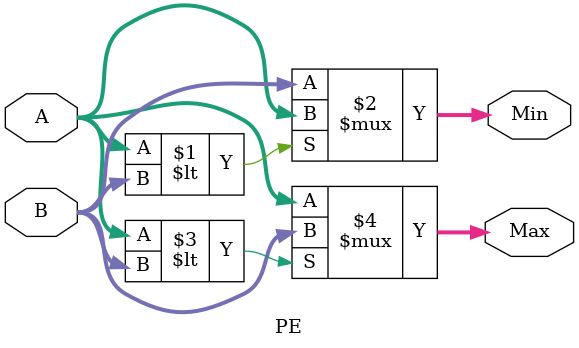
<source format=v>
`timescale 1ns/1ps

module PE (
  input  [7:0] A,
  input  [7:0] B,
  output [7:0] Min,
  output [7:0] Max
);
  assign Min = (A < B) ? A : B;
  assign Max = (A < B) ? B : A;
endmodule

</source>
